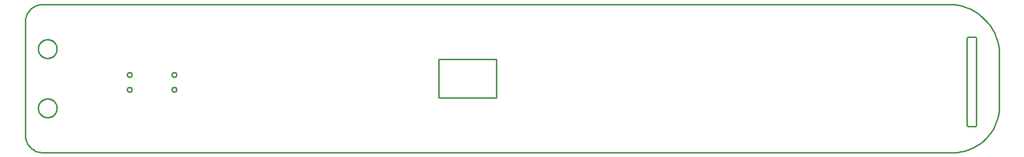
<source format=gbr>
G04 EAGLE Gerber RS-274X export*
G75*
%MOMM*%
%FSLAX34Y34*%
%LPD*%
%IN*%
%IPPOS*%
%AMOC8*
5,1,8,0,0,1.08239X$1,22.5*%
G01*
%ADD10C,0.254000*%


D10*
X219075Y207963D02*
X219190Y205334D01*
X219533Y202725D01*
X220103Y200156D01*
X220894Y197646D01*
X221901Y195215D01*
X223116Y192881D01*
X224530Y190662D01*
X226132Y188574D01*
X227909Y186634D01*
X229849Y184857D01*
X231937Y183255D01*
X234156Y181841D01*
X236490Y180626D01*
X238921Y179619D01*
X241431Y178828D01*
X244000Y178258D01*
X246609Y177915D01*
X249238Y177800D01*
X1799590Y177800D01*
X1806508Y178102D01*
X1813373Y179006D01*
X1820134Y180505D01*
X1826738Y182587D01*
X1833135Y185237D01*
X1839278Y188434D01*
X1845118Y192155D01*
X1850611Y196370D01*
X1855717Y201048D01*
X1860395Y206154D01*
X1864610Y211647D01*
X1868331Y217488D01*
X1871528Y223630D01*
X1874178Y230027D01*
X1876260Y236631D01*
X1877759Y243392D01*
X1878663Y250257D01*
X1878965Y257175D01*
X1878965Y346075D01*
X1878639Y353546D01*
X1877663Y360961D01*
X1876044Y368262D01*
X1873795Y375395D01*
X1870933Y382304D01*
X1867480Y388938D01*
X1863462Y395245D01*
X1858909Y401178D01*
X1853857Y406692D01*
X1848343Y411744D01*
X1842410Y416297D01*
X1836103Y420315D01*
X1829469Y423768D01*
X1822560Y426630D01*
X1815427Y428879D01*
X1808126Y430498D01*
X1800711Y431474D01*
X1793240Y431800D01*
X249238Y431800D01*
X246609Y431685D01*
X244000Y431342D01*
X241431Y430772D01*
X238921Y429981D01*
X236490Y428974D01*
X234156Y427759D01*
X231937Y426345D01*
X229849Y424743D01*
X227909Y422966D01*
X226132Y421026D01*
X224530Y418938D01*
X223116Y416719D01*
X221901Y414385D01*
X220894Y411954D01*
X220103Y409444D01*
X219533Y406875D01*
X219190Y404266D01*
X219075Y401638D01*
X219075Y207963D01*
X923925Y271463D02*
X1022350Y271463D01*
X1022350Y338138D01*
X923925Y338138D01*
X923925Y271463D01*
X1824038Y225425D02*
X1824050Y225148D01*
X1824086Y224874D01*
X1824146Y224603D01*
X1824229Y224339D01*
X1824335Y224083D01*
X1824463Y223838D01*
X1824612Y223604D01*
X1824780Y223384D01*
X1824967Y223180D01*
X1825172Y222993D01*
X1825391Y222824D01*
X1825625Y222675D01*
X1825871Y222547D01*
X1826127Y222441D01*
X1826391Y222358D01*
X1826661Y222298D01*
X1826936Y222262D01*
X1827213Y222250D01*
X1836738Y222250D01*
X1837014Y222262D01*
X1837289Y222298D01*
X1837559Y222358D01*
X1837823Y222441D01*
X1838079Y222547D01*
X1838325Y222675D01*
X1838559Y222824D01*
X1838778Y222993D01*
X1838983Y223180D01*
X1839170Y223384D01*
X1839338Y223604D01*
X1839487Y223838D01*
X1839615Y224083D01*
X1839721Y224339D01*
X1839804Y224603D01*
X1839864Y224874D01*
X1839900Y225148D01*
X1839913Y225425D01*
X1839913Y373063D01*
X1839900Y373339D01*
X1839864Y373614D01*
X1839804Y373884D01*
X1839721Y374148D01*
X1839615Y374404D01*
X1839487Y374650D01*
X1839338Y374884D01*
X1839170Y375103D01*
X1838983Y375308D01*
X1838778Y375495D01*
X1838559Y375663D01*
X1838325Y375812D01*
X1838079Y375940D01*
X1837823Y376046D01*
X1837559Y376129D01*
X1837289Y376189D01*
X1837014Y376225D01*
X1836738Y376238D01*
X1827213Y376238D01*
X1826936Y376225D01*
X1826661Y376189D01*
X1826391Y376129D01*
X1826127Y376046D01*
X1825871Y375940D01*
X1825625Y375812D01*
X1825391Y375663D01*
X1825172Y375495D01*
X1824967Y375308D01*
X1824780Y375103D01*
X1824612Y374884D01*
X1824463Y374650D01*
X1824335Y374404D01*
X1824229Y374148D01*
X1824146Y373884D01*
X1824086Y373614D01*
X1824050Y373339D01*
X1824038Y373063D01*
X1824038Y225425D01*
X400875Y310888D02*
X400807Y310368D01*
X400671Y309861D01*
X400470Y309377D01*
X400208Y308923D01*
X399889Y308507D01*
X399518Y308136D01*
X399102Y307817D01*
X398648Y307555D01*
X398164Y307354D01*
X397657Y307218D01*
X397137Y307150D01*
X396613Y307150D01*
X396093Y307218D01*
X395586Y307354D01*
X395102Y307555D01*
X394648Y307817D01*
X394232Y308136D01*
X393861Y308507D01*
X393542Y308923D01*
X393280Y309377D01*
X393079Y309861D01*
X392943Y310368D01*
X392875Y310888D01*
X392875Y311412D01*
X392943Y311932D01*
X393079Y312439D01*
X393280Y312923D01*
X393542Y313377D01*
X393861Y313793D01*
X394232Y314164D01*
X394648Y314483D01*
X395102Y314745D01*
X395586Y314946D01*
X396093Y315082D01*
X396613Y315150D01*
X397137Y315150D01*
X397657Y315082D01*
X398164Y314946D01*
X398648Y314745D01*
X399102Y314483D01*
X399518Y314164D01*
X399889Y313793D01*
X400208Y313377D01*
X400470Y312923D01*
X400671Y312439D01*
X400807Y311932D01*
X400875Y311412D01*
X400875Y310888D01*
X400875Y285488D02*
X400807Y284968D01*
X400671Y284461D01*
X400470Y283977D01*
X400208Y283523D01*
X399889Y283107D01*
X399518Y282736D01*
X399102Y282417D01*
X398648Y282155D01*
X398164Y281954D01*
X397657Y281818D01*
X397137Y281750D01*
X396613Y281750D01*
X396093Y281818D01*
X395586Y281954D01*
X395102Y282155D01*
X394648Y282417D01*
X394232Y282736D01*
X393861Y283107D01*
X393542Y283523D01*
X393280Y283977D01*
X393079Y284461D01*
X392943Y284968D01*
X392875Y285488D01*
X392875Y286012D01*
X392943Y286532D01*
X393079Y287039D01*
X393280Y287523D01*
X393542Y287977D01*
X393861Y288393D01*
X394232Y288764D01*
X394648Y289083D01*
X395102Y289345D01*
X395586Y289546D01*
X396093Y289682D01*
X396613Y289750D01*
X397137Y289750D01*
X397657Y289682D01*
X398164Y289546D01*
X398648Y289345D01*
X399102Y289083D01*
X399518Y288764D01*
X399889Y288393D01*
X400208Y287977D01*
X400470Y287523D01*
X400671Y287039D01*
X400807Y286532D01*
X400875Y286012D01*
X400875Y285488D01*
X477075Y285488D02*
X477007Y284968D01*
X476871Y284461D01*
X476670Y283977D01*
X476408Y283523D01*
X476089Y283107D01*
X475718Y282736D01*
X475302Y282417D01*
X474848Y282155D01*
X474364Y281954D01*
X473857Y281818D01*
X473337Y281750D01*
X472813Y281750D01*
X472293Y281818D01*
X471786Y281954D01*
X471302Y282155D01*
X470848Y282417D01*
X470432Y282736D01*
X470061Y283107D01*
X469742Y283523D01*
X469480Y283977D01*
X469279Y284461D01*
X469143Y284968D01*
X469075Y285488D01*
X469075Y286012D01*
X469143Y286532D01*
X469279Y287039D01*
X469480Y287523D01*
X469742Y287977D01*
X470061Y288393D01*
X470432Y288764D01*
X470848Y289083D01*
X471302Y289345D01*
X471786Y289546D01*
X472293Y289682D01*
X472813Y289750D01*
X473337Y289750D01*
X473857Y289682D01*
X474364Y289546D01*
X474848Y289345D01*
X475302Y289083D01*
X475718Y288764D01*
X476089Y288393D01*
X476408Y287977D01*
X476670Y287523D01*
X476871Y287039D01*
X477007Y286532D01*
X477075Y286012D01*
X477075Y285488D01*
X477075Y310888D02*
X477007Y310368D01*
X476871Y309861D01*
X476670Y309377D01*
X476408Y308923D01*
X476089Y308507D01*
X475718Y308136D01*
X475302Y307817D01*
X474848Y307555D01*
X474364Y307354D01*
X473857Y307218D01*
X473337Y307150D01*
X472813Y307150D01*
X472293Y307218D01*
X471786Y307354D01*
X471302Y307555D01*
X470848Y307817D01*
X470432Y308136D01*
X470061Y308507D01*
X469742Y308923D01*
X469480Y309377D01*
X469279Y309861D01*
X469143Y310368D01*
X469075Y310888D01*
X469075Y311412D01*
X469143Y311932D01*
X469279Y312439D01*
X469480Y312923D01*
X469742Y313377D01*
X470061Y313793D01*
X470432Y314164D01*
X470848Y314483D01*
X471302Y314745D01*
X471786Y314946D01*
X472293Y315082D01*
X472813Y315150D01*
X473337Y315150D01*
X473857Y315082D01*
X474364Y314946D01*
X474848Y314745D01*
X475302Y314483D01*
X475718Y314164D01*
X476089Y313793D01*
X476408Y313377D01*
X476670Y312923D01*
X476871Y312439D01*
X477007Y311932D01*
X477075Y311412D01*
X477075Y310888D01*
X400875Y310888D02*
X400807Y310368D01*
X400671Y309861D01*
X400470Y309377D01*
X400208Y308923D01*
X399889Y308507D01*
X399518Y308136D01*
X399102Y307817D01*
X398648Y307555D01*
X398164Y307354D01*
X397657Y307218D01*
X397137Y307150D01*
X396613Y307150D01*
X396093Y307218D01*
X395586Y307354D01*
X395102Y307555D01*
X394648Y307817D01*
X394232Y308136D01*
X393861Y308507D01*
X393542Y308923D01*
X393280Y309377D01*
X393079Y309861D01*
X392943Y310368D01*
X392875Y310888D01*
X392875Y311412D01*
X392943Y311932D01*
X393079Y312439D01*
X393280Y312923D01*
X393542Y313377D01*
X393861Y313793D01*
X394232Y314164D01*
X394648Y314483D01*
X395102Y314745D01*
X395586Y314946D01*
X396093Y315082D01*
X396613Y315150D01*
X397137Y315150D01*
X397657Y315082D01*
X398164Y314946D01*
X398648Y314745D01*
X399102Y314483D01*
X399518Y314164D01*
X399889Y313793D01*
X400208Y313377D01*
X400470Y312923D01*
X400671Y312439D01*
X400807Y311932D01*
X400875Y311412D01*
X400875Y310888D01*
X477075Y310888D02*
X477007Y310368D01*
X476871Y309861D01*
X476670Y309377D01*
X476408Y308923D01*
X476089Y308507D01*
X475718Y308136D01*
X475302Y307817D01*
X474848Y307555D01*
X474364Y307354D01*
X473857Y307218D01*
X473337Y307150D01*
X472813Y307150D01*
X472293Y307218D01*
X471786Y307354D01*
X471302Y307555D01*
X470848Y307817D01*
X470432Y308136D01*
X470061Y308507D01*
X469742Y308923D01*
X469480Y309377D01*
X469279Y309861D01*
X469143Y310368D01*
X469075Y310888D01*
X469075Y311412D01*
X469143Y311932D01*
X469279Y312439D01*
X469480Y312923D01*
X469742Y313377D01*
X470061Y313793D01*
X470432Y314164D01*
X470848Y314483D01*
X471302Y314745D01*
X471786Y314946D01*
X472293Y315082D01*
X472813Y315150D01*
X473337Y315150D01*
X473857Y315082D01*
X474364Y314946D01*
X474848Y314745D01*
X475302Y314483D01*
X475718Y314164D01*
X476089Y313793D01*
X476408Y313377D01*
X476670Y312923D01*
X476871Y312439D01*
X477007Y311932D01*
X477075Y311412D01*
X477075Y310888D01*
X477075Y285488D02*
X477007Y284968D01*
X476871Y284461D01*
X476670Y283977D01*
X476408Y283523D01*
X476089Y283107D01*
X475718Y282736D01*
X475302Y282417D01*
X474848Y282155D01*
X474364Y281954D01*
X473857Y281818D01*
X473337Y281750D01*
X472813Y281750D01*
X472293Y281818D01*
X471786Y281954D01*
X471302Y282155D01*
X470848Y282417D01*
X470432Y282736D01*
X470061Y283107D01*
X469742Y283523D01*
X469480Y283977D01*
X469279Y284461D01*
X469143Y284968D01*
X469075Y285488D01*
X469075Y286012D01*
X469143Y286532D01*
X469279Y287039D01*
X469480Y287523D01*
X469742Y287977D01*
X470061Y288393D01*
X470432Y288764D01*
X470848Y289083D01*
X471302Y289345D01*
X471786Y289546D01*
X472293Y289682D01*
X472813Y289750D01*
X473337Y289750D01*
X473857Y289682D01*
X474364Y289546D01*
X474848Y289345D01*
X475302Y289083D01*
X475718Y288764D01*
X476089Y288393D01*
X476408Y287977D01*
X476670Y287523D01*
X476871Y287039D01*
X477007Y286532D01*
X477075Y286012D01*
X477075Y285488D01*
X400875Y285488D02*
X400807Y284968D01*
X400671Y284461D01*
X400470Y283977D01*
X400208Y283523D01*
X399889Y283107D01*
X399518Y282736D01*
X399102Y282417D01*
X398648Y282155D01*
X398164Y281954D01*
X397657Y281818D01*
X397137Y281750D01*
X396613Y281750D01*
X396093Y281818D01*
X395586Y281954D01*
X395102Y282155D01*
X394648Y282417D01*
X394232Y282736D01*
X393861Y283107D01*
X393542Y283523D01*
X393280Y283977D01*
X393079Y284461D01*
X392943Y284968D01*
X392875Y285488D01*
X392875Y286012D01*
X392943Y286532D01*
X393079Y287039D01*
X393280Y287523D01*
X393542Y287977D01*
X393861Y288393D01*
X394232Y288764D01*
X394648Y289083D01*
X395102Y289345D01*
X395586Y289546D01*
X396093Y289682D01*
X396613Y289750D01*
X397137Y289750D01*
X397657Y289682D01*
X398164Y289546D01*
X398648Y289345D01*
X399102Y289083D01*
X399518Y288764D01*
X399889Y288393D01*
X400208Y287977D01*
X400470Y287523D01*
X400671Y287039D01*
X400807Y286532D01*
X400875Y286012D01*
X400875Y285488D01*
X256651Y270000D02*
X255606Y269932D01*
X254567Y269795D01*
X253540Y269590D01*
X252528Y269319D01*
X251536Y268983D01*
X250568Y268582D01*
X249629Y268118D01*
X248721Y267595D01*
X247850Y267013D01*
X247019Y266375D01*
X246232Y265684D01*
X245491Y264943D01*
X244800Y264156D01*
X244163Y263325D01*
X243581Y262454D01*
X243057Y261546D01*
X242593Y260607D01*
X242192Y259639D01*
X241856Y258647D01*
X241585Y257635D01*
X241380Y256608D01*
X241244Y255569D01*
X241175Y254524D01*
X241175Y253476D01*
X241244Y252431D01*
X241380Y251392D01*
X241585Y250365D01*
X241856Y249353D01*
X242192Y248361D01*
X242593Y247393D01*
X243057Y246454D01*
X243581Y245546D01*
X244163Y244675D01*
X244800Y243844D01*
X245491Y243057D01*
X246232Y242316D01*
X247019Y241625D01*
X247850Y240988D01*
X248721Y240406D01*
X249629Y239882D01*
X250568Y239418D01*
X251536Y239017D01*
X252528Y238681D01*
X253540Y238410D01*
X254567Y238205D01*
X255606Y238069D01*
X256651Y238000D01*
X257699Y238000D01*
X258744Y238069D01*
X259783Y238205D01*
X260810Y238410D01*
X261822Y238681D01*
X262814Y239017D01*
X263782Y239418D01*
X264721Y239882D01*
X265629Y240406D01*
X266500Y240988D01*
X267331Y241625D01*
X268118Y242316D01*
X268859Y243057D01*
X269550Y243844D01*
X270188Y244675D01*
X270770Y245546D01*
X271293Y246454D01*
X271757Y247393D01*
X272158Y248361D01*
X272494Y249353D01*
X272765Y250365D01*
X272970Y251392D01*
X273107Y252431D01*
X273175Y253476D01*
X273175Y254524D01*
X273107Y255569D01*
X272970Y256608D01*
X272765Y257635D01*
X272494Y258647D01*
X272158Y259639D01*
X271757Y260607D01*
X271293Y261546D01*
X270770Y262454D01*
X270188Y263325D01*
X269550Y264156D01*
X268859Y264943D01*
X268118Y265684D01*
X267331Y266375D01*
X266500Y267013D01*
X265629Y267595D01*
X264721Y268118D01*
X263782Y268582D01*
X262814Y268983D01*
X261822Y269319D01*
X260810Y269590D01*
X259783Y269795D01*
X258744Y269932D01*
X257699Y270000D01*
X256651Y270000D01*
X256651Y371600D02*
X255606Y371532D01*
X254567Y371395D01*
X253540Y371190D01*
X252528Y370919D01*
X251536Y370583D01*
X250568Y370182D01*
X249629Y369718D01*
X248721Y369195D01*
X247850Y368613D01*
X247019Y367975D01*
X246232Y367284D01*
X245491Y366543D01*
X244800Y365756D01*
X244163Y364925D01*
X243581Y364054D01*
X243057Y363146D01*
X242593Y362207D01*
X242192Y361239D01*
X241856Y360247D01*
X241585Y359235D01*
X241380Y358208D01*
X241244Y357169D01*
X241175Y356124D01*
X241175Y355076D01*
X241244Y354031D01*
X241380Y352992D01*
X241585Y351965D01*
X241856Y350953D01*
X242192Y349961D01*
X242593Y348993D01*
X243057Y348054D01*
X243581Y347146D01*
X244163Y346275D01*
X244800Y345444D01*
X245491Y344657D01*
X246232Y343916D01*
X247019Y343225D01*
X247850Y342588D01*
X248721Y342006D01*
X249629Y341482D01*
X250568Y341018D01*
X251536Y340617D01*
X252528Y340281D01*
X253540Y340010D01*
X254567Y339805D01*
X255606Y339669D01*
X256651Y339600D01*
X257699Y339600D01*
X258744Y339669D01*
X259783Y339805D01*
X260810Y340010D01*
X261822Y340281D01*
X262814Y340617D01*
X263782Y341018D01*
X264721Y341482D01*
X265629Y342006D01*
X266500Y342588D01*
X267331Y343225D01*
X268118Y343916D01*
X268859Y344657D01*
X269550Y345444D01*
X270188Y346275D01*
X270770Y347146D01*
X271293Y348054D01*
X271757Y348993D01*
X272158Y349961D01*
X272494Y350953D01*
X272765Y351965D01*
X272970Y352992D01*
X273107Y354031D01*
X273175Y355076D01*
X273175Y356124D01*
X273107Y357169D01*
X272970Y358208D01*
X272765Y359235D01*
X272494Y360247D01*
X272158Y361239D01*
X271757Y362207D01*
X271293Y363146D01*
X270770Y364054D01*
X270188Y364925D01*
X269550Y365756D01*
X268859Y366543D01*
X268118Y367284D01*
X267331Y367975D01*
X266500Y368613D01*
X265629Y369195D01*
X264721Y369718D01*
X263782Y370182D01*
X262814Y370583D01*
X261822Y370919D01*
X260810Y371190D01*
X259783Y371395D01*
X258744Y371532D01*
X257699Y371600D01*
X256651Y371600D01*
M02*

</source>
